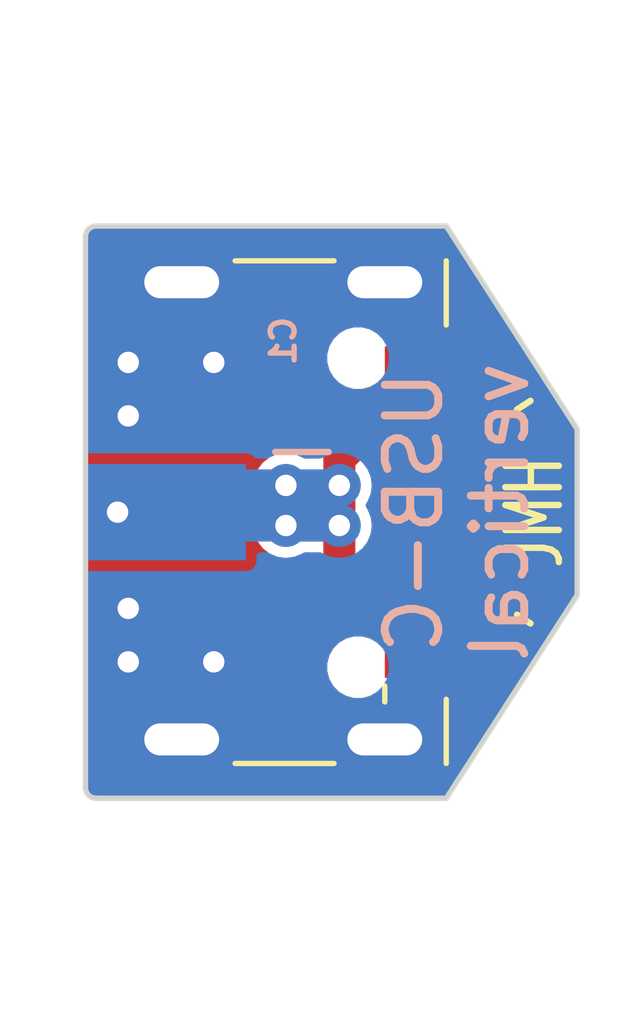
<source format=kicad_pcb>
(kicad_pcb (version 20240108) (generator "pcbnew") (generator_version "8.0")
  (title_block (title "USB-vertical") (date "2023-03-21") (rev "v1.0.0") (company "Jana Marie Hemsing"))
  (layers (0 "F.Cu" signal) (31 "B.Cu" signal) (34 "B.Paste" user) (35 "F.Paste" user) (36 "B.SilkS" user "B.Silkscreen") (37 "F.SilkS" user "F.Silkscreen") (38 "B.Mask" user) (39 "F.Mask" user) (44 "Edge.Cuts" user))
  (net 0 "")
  (net 1 "VBUS")
  (net 2 "GND")
  (net 3 "Net-(J1-Pad3)")
  (net 4 "Net-(J1-Pad4)")
  (footprint "type-c_recessed:USB-C_Power" (layer "F.Cu") (at 55.6 50 -90)
    (property "Reference" "J1" (hide yes))
    (property "Value" "USB_C_Receptacle_Power")
    (fp_line (start -4.7 2.8) (end -4.7 0.95) (stroke (width 0.1)) (layer "F.SilkS"))
    (fp_line (start 4.7 2.8) (end 4.7 0.95) (stroke (width 0.1)) (layer "F.SilkS"))
    (fp_line (start 3.55 0) (end 3.25 0) (stroke (width 0.1)) (layer "F.SilkS"))
    (fp_line (start -4.7 -1.15) (end -3.5 -1.15) (stroke (width 0.1)) (layer "F.SilkS"))
    (fp_line (start 3.5 -1.15) (end 4.7 -1.15) (stroke (width 0.1)) (layer "F.SilkS"))
    (pad "" np_thru_hole circle (at -2.88 0.5 270) (size 0.65 0.65) (drill 0.65) (layers "*.Cu" "*.Mask"))
    (pad "" np_thru_hole circle (at 2.9 0.5 270) (size 0.65 0.65) (drill 0.65) (layers "*.Cu" "*.Mask"))
    (pad "1" smd rect (at -2.7 -0.7 270) (size 0.8 1.4) (layers "F.Cu" "F.Paste" "F.Mask") (net 2 "GND"))
    (pad "2" smd rect (at -1.5 -0.65 270) (size 0.7 1.3) (layers "F.Cu" "F.Paste" "F.Mask") (net 1 "VBUS"))
    (pad "3" smd rect (at -0.5 -0.65 270) (size 0.7 1.3) (layers "F.Cu" "F.Paste" "F.Mask") (net 3 "Net-(J1-Pad3)"))
    (pad "4" smd rect (at 0.5 -0.65 270) (size 0.7 1.3) (layers "F.Cu" "F.Paste" "F.Mask") (net 4 "Net-(J1-Pad4)"))
    (pad "5" smd rect (at 1.5 -0.65 270) (size 0.7 1.3) (layers "F.Cu" "F.Paste" "F.Mask") (net 1 "VBUS"))
    (pad "6" smd rect (at 2.7 -0.7 270) (size 0.8 1.4) (layers "F.Cu" "F.Paste" "F.Mask") (net 2 "GND"))
    (pad "S1" thru_hole oval (at -4.3 0 270) (size 1 1.8) (drill oval 0.6 1.4) (layers "*.Cu" "*.Mask" "F.Paste") (net 2 "GND"))
    (pad "S1" thru_hole oval (at -4.3 3.8 270) (size 1 1.8) (drill oval 0.6 1.4) (layers "*.Cu" "*.Mask" "F.Paste") (net 2 "GND"))
    (pad "S1" smd rect (at -1.1 3.5 270) (size 1.2 2) (layers "F.Cu" "F.Paste" "F.Mask") (net 2 "GND"))
    (pad "S1" smd rect (at 1.1 3.5 90) (size 1.2 2) (layers "F.Cu" "F.Paste" "F.Mask") (net 2 "GND"))
    (pad "S1" thru_hole oval (at 4.25 0 270) (size 1 1.8) (drill oval 0.6 1.4) (layers "*.Cu" "*.Mask" "F.Paste") (net 2 "GND"))
    (pad "S1" thru_hole oval (at 4.25 3.8 270) (size 1 1.8) (drill oval 0.6 1.4) (layers "*.Cu" "*.Mask" "F.Paste") (net 2 "GND"))
  )
  (footprint "type-c_recessed:R_0402" (layer "F.Cu") (at 58.2 52 57)
    (property "Reference" "R2" (hide yes))
    (property "Value" "5k1" (hide yes))
    (fp_line (start 0 0.15) (end 0 -0.15) (stroke (width 0.12)) (layer "F.SilkS"))
    (pad "1" smd rect (at -0.47 0 57) (size 0.5 0.6) (layers "F.Cu" "F.Paste" "F.Mask") (net 2 "GND"))
    (pad "2" smd rect (at 0.47 0 57) (size 0.5 0.6) (layers "F.Cu" "F.Paste" "F.Mask") (net 4 "Net-(J1-Pad4)"))
  )
  (footprint "type-c_recessed:R_0402" (layer "F.Cu") (at 58.2 48 123)
    (property "Reference" "R1" (hide yes))
    (property "Value" "5k1" (hide yes))
    (fp_line (start 0 0.15) (end 0 -0.15) (stroke (width 0.12)) (layer "F.SilkS"))
    (pad "1" smd rect (at -0.47 0 123) (size 0.5 0.6) (layers "F.Cu" "F.Paste" "F.Mask") (net 3 "Net-(J1-Pad3)"))
    (pad "2" smd rect (at 0.47 0 123) (size 0.5 0.6) (layers "F.Cu" "F.Paste" "F.Mask") (net 2 "GND"))
  )
  (footprint "type-c_recessed:pad_1_2" (layer "B.Cu") (at 51.5 52.35 -90)
    (property "Reference" "J3" (hide yes))
    (property "Value" "GND")
    (pad "1" smd rect (at 0 0 270) (size 2 3) (layers "B.Cu" "B.Paste" "B.Mask") (net 2 "GND"))
  )
  (footprint "type-c_recessed:pad_1_2" (layer "B.Cu") (at 51.5 50 -90)
    (property "Reference" "J2" (hide yes))
    (property "Value" "VBUS")
    (pad "1" smd rect (at 0 0 270) (size 1.8 3) (layers "B.Cu" "B.Paste" "B.Mask") (net 1 "VBUS"))
  )
  (footprint "type-c_recessed:pad_1_2" (layer "B.Cu") (at 51.5 47.65 -90)
    (property "Reference" "J4" (hide yes))
    (property "Value" "GND")
    (pad "1" smd rect (at 0 0 270) (size 2 3) (layers "B.Cu" "B.Paste" "B.Mask") (net 2 "GND"))
  )
  (footprint "type-c_recessed:C_0805" (layer "B.Cu") (at 54.05 48.875 90)
    (property "Reference" "C1" (at 2.075 -0.35 90) (layer "B.SilkS") (effects (font (size 0.45 0.45) (thickness 0.1)) (justify mirror)))
    (property "Value" "4u7" (hide yes))
    (fp_line (start 0 -0.5) (end 0 0.5) (stroke (width 0.12)) (layer "B.SilkS"))
    (pad "1" smd rect (at -0.95 0 90) (size 0.7 1.3) (layers "B.Cu" "B.Paste" "B.Mask") (net 1 "VBUS"))
    (pad "2" smd rect (at 0.95 0 90) (size 0.7 1.3) (layers "B.Cu" "B.Paste" "B.Mask") (net 2 "GND"))
  )
  (gr_line (start 59.2 51.55) (end 56.75 55.350001) (stroke (width 0.1)) (layer "Edge.Cuts"))
  (gr_arc (start 50.200001 55.349998) (mid 50.05858 55.29142) (end 50.000002 55.149999) (stroke (width 0.1)) (layer "Edge.Cuts"))
  (gr_line (start 50.000001 44.85) (end 50.000002 55.149999) (stroke (width 0.1)) (layer "Edge.Cuts"))
  (gr_arc (start 50.000001 44.85) (mid 50.058579 44.708579) (end 50.2 44.650001) (stroke (width 0.1)) (layer "Edge.Cuts"))
  (gr_line (start 59.2 51.55) (end 59.2 48.45) (stroke (width 0.1)) (layer "Edge.Cuts"))
  (gr_line (start 56.75 44.65) (end 50.2 44.650001) (stroke (width 0.1)) (layer "Edge.Cuts"))
  (gr_line (start 50.2 55.35) (end 56.75 55.350001) (stroke (width 0.1)) (layer "Edge.Cuts"))
  (gr_line (start 59.2 48.45) (end 56.75 44.65) (stroke (width 0.1)) (layer "Edge.Cuts"))
  (gr_text "USB-C\nvertical" (at 56.95 50 90) (layer "B.SilkS") (effects (font (size 1 1)) (justify mirror)))
  (gr_text "JMH" (at 58.4 50 90) (layer "F.SilkS") (effects (font (size 1 0.7) (thickness 0.12))))
  (segment (start 54.75 50.25) (end 54.75 50.999022) (width 0.6) (layer "F.Cu") (net 1))
  (segment (start 54.75 50.999022) (end 55.250978 51.5) (width 0.6) (layer "F.Cu") (net 1))
  (segment (start 54.75 49.5) (end 54.75 50.25) (width 0.6) (layer "F.Cu") (net 1))
  (segment (start 56.25 48.5) (end 55.250978 48.5) (width 0.6) (layer "F.Cu") (net 1))
  (segment (start 55.250978 51.5) (end 56.25 51.5) (width 0.6) (layer "F.Cu") (net 1))
  (segment (start 54.75 50.25) (end 53.75 50.25) (width 0.6) (layer "F.Cu") (net 1))
  (segment (start 55.250978 48.5) (end 54.75 49.000978) (width 0.6) (layer "F.Cu") (net 1))
  (segment (start 54.75 49.000978) (end 54.75 49.5) (width 0.6) (layer "F.Cu") (net 1))
  (segment (start 54.75 49.5) (end 53.75 49.5) (width 0.6) (layer "F.Cu") (net 1))
  (via (at 53.75 50.25) (size 0.8) (drill 0.4) (layers "F.Cu" "B.Cu") (net 1))
  (via (at 50.6 50) (size 0.8) (drill 0.4) (layers "F.Cu" "B.Cu") (net 1))
  (via (at 54.75 50.25) (size 0.8) (drill 0.4) (layers "F.Cu" "B.Cu") (net 1))
  (via (at 54.75 49.5) (size 0.8) (drill 0.4) (layers "F.Cu" "B.Cu") (net 1))
  (via (at 53.75 49.5) (size 0.8) (drill 0.4) (layers "F.Cu" "B.Cu") (net 1))
  (segment (start 51.75 50.25) (end 51.5 50) (width 0.6) (layer "B.Cu") (net 1))
  (segment (start 54.15 49.825) (end 51.675 49.825) (width 0.6) (layer "B.Cu") (net 1))
  (segment (start 54.75 50.25) (end 51.75 50.25) (width 0.6) (layer "B.Cu") (net 1))
  (segment (start 52 49.5) (end 51.5 50) (width 0.6) (layer "B.Cu") (net 1))
  (segment (start 51.675 49.825) (end 51.5 50) (width 0.6) (layer "B.Cu") (net 1))
  (segment (start 53.75 50.25) (end 53.75 49.5) (width 0.6) (layer "B.Cu") (net 1))
  (segment (start 54.75 49.5) (end 52 49.5) (width 0.6) (layer "B.Cu") (net 1))
  (via (at 50.8 52.8) (size 0.8) (drill 0.4) (layers "F.Cu" "B.Cu") (net 2))
  (via (at 50.8 47.2) (size 0.8) (drill 0.4) (layers "F.Cu" "B.Cu") (net 2))
  (via (at 52.4 47.2) (size 0.8) (drill 0.4) (layers "F.Cu" "B.Cu") (net 2))
  (via (at 52.4 52.8) (size 0.8) (drill 0.4) (layers "F.Cu" "B.Cu") (net 2))
  (via (at 50.8 51.8) (size 0.8) (drill 0.4) (layers "F.Cu" "B.Cu") (net 2))
  (via (at 50.8 48.2) (size 0.8) (drill 0.4) (layers "F.Cu" "B.Cu") (net 2))
  (segment (start 57.350155 49.5) (end 58.45598 48.394175) (width 0.4) (layer "F.Cu") (net 3))
  (segment (start 56.25 49.5) (end 57.350155 49.5) (width 0.4) (layer "F.Cu") (net 3))
  (segment (start 56.25 50.5) (end 57.350155 50.5) (width 0.4) (layer "F.Cu") (net 4))
  (segment (start 57.350155 50.5) (end 58.45598 51.605825) (width 0.4) (layer "F.Cu") (net 4))
  (zone (net 2) (net_name "GND") (layers "F&B.Cu") (connect_pads yes (clearance 0.2)) (min_thickness 0.154) (fill yes (thermal_gap 0.508) (thermal_bridge_width 0.508))
    (polygon (pts (xy 60 55.5) (xy 49.75 55.5) (xy 49.75 44.5) (xy 60 44.5)))
  )
)
</source>
